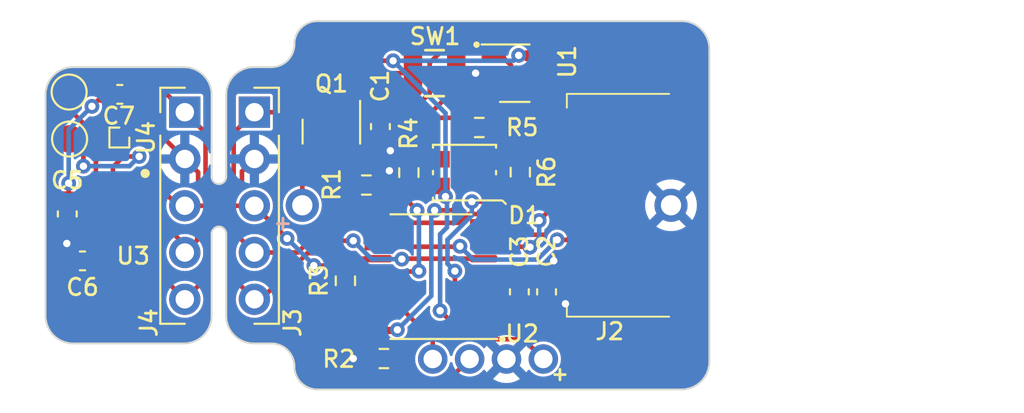
<source format=kicad_pcb>
(kicad_pcb (version 20221018) (generator pcbnew)
  (layers (0 "F.Cu" signal) (31 "B.Cu" signal) (34 "B.Paste" user) (35 "F.Paste" user) (36 "B.SilkS" user "B.Silkscreen") (37 "F.SilkS" user "F.Silkscreen") (38 "B.Mask" user) (39 "F.Mask" user) (44 "Edge.Cuts" user))
  (net 0 "")
  (net 1 "VA|BAT")
  (net 2 "GND")
  (net 3 "Net-(U1-BP)")
  (net 4 "VDD")
  (net 5 "Net-(D1-RK)")
  (net 6 "Net-(D1-BK)")
  (net 7 "Net-(D1-GK)")
  (net 8 "SWCLK")
  (net 9 "SWDIO")
  (net 10 "nRF_CE")
  (net 11 "SPI1_CSx")
  (net 12 "SPI1_CK")
  (net 13 "SPI1_MOSI")
  (net 14 "SPI1_MISO")
  (net 16 "SPI2_MOSI")
  (net 17 "SPI2_SCK")
  (net 18 "SPI2_CSx")
  (net 19 "PWR_LATCH")
  (net 20 "Net-(Q1-D)")
  (net 21 "Net-(U2-PA12{slash}PA10)")
  (net 22 "LED_B")
  (net 23 "LED_G")
  (net 24 "LED_R")
  (net 30 "Net-(U3-ASCX)")
  (net 31 "Net-(U3-ASDX)")
  (footprint "Connector_PinHeader_2.54mm:PinHeader_1x05_P2.54mm_Vertical" (layer "F.Cu") (at 29.55 34.945)
    (fp_text reference "J4" (at -1.95 11.43 90) (layer "F.SilkS") (effects (font (size 0.9 0.9))))
    (fp_text value "Conn_01x05")
    (fp_line (start -1.33 -1.33) (end 0 -1.33) (stroke (width 0.12)) (layer "F.SilkS"))
    (fp_line (start -1.33 0) (end -1.33 -1.33) (stroke (width 0.12)) (layer "F.SilkS"))
    (fp_line (start -1.33 1.27) (end -1.33 11.49) (stroke (width 0.12)) (layer "F.SilkS"))
    (fp_line (start -1.33 11.49) (end 0 11.49) (stroke (width 0.12)) (layer "F.SilkS"))
    (pad "1" thru_hole rect (at 0 0) (size 1.7 1.7) (drill 1) (layers "*.Cu" "*.Mask") (net 4 "VDD"))
    (pad "2" thru_hole oval (at 0 2.54) (size 1.7 1.7) (drill 1) (layers "*.Cu" "*.Mask") (net 2 "GND"))
    (pad "3" thru_hole oval (at 0 5.08) (size 1.7 1.7) (drill 1) (layers "*.Cu" "*.Mask") (net 16 "SPI2_MOSI"))
    (pad "4" thru_hole oval (at 0 7.62) (size 1.7 1.7) (drill 1) (layers "*.Cu" "*.Mask") (net 17 "SPI2_SCK"))
    (pad "5" thru_hole oval (at 0 10.16) (size 1.7 1.7) (drill 1) (layers "*.Cu" "*.Mask") (net 18 "SPI2_CSx"))
  )
  (footprint "Resistor_SMD:R_0603_1608Metric" (layer "F.Cu") (at 45.525 35.775 180)
    (fp_text reference "R5" (at -2.325 0) (layer "F.SilkS") (effects (font (size 0.9 0.9))))
    (fp_text value "TBD")
    (fp_line (start -0.237258 -0.5225) (end 0.237258 -0.5225) (stroke (width 0.12)) (layer "F.SilkS"))
    (fp_line (start -0.237258 0.5225) (end 0.237258 0.5225) (stroke (width 0.12)) (layer "F.SilkS"))
    (pad "1" smd roundrect (at -0.825 0 180) (size 0.8 0.95) (layers "F.Cu" "F.Paste" "F.Mask") (net 7 "Net-(D1-GK)"))
    (pad "2" smd roundrect (at 0.825 0 180) (size 0.8 0.95) (layers "F.Cu" "F.Paste" "F.Mask") (net 23 "LED_G"))
  )
  (footprint "Package_TO_SOT_SMD:SOT-23-5" (layer "F.Cu") (at 47.45 32.825)
    (fp_text reference "U1" (at 2.85 -0.625 90) (layer "F.SilkS") (effects (font (size 0.9 0.9))))
    (fp_text value "SPX3819M5-L-3-3")
    (fp_line (start 0 -1.56) (end -1.8 -1.56) (stroke (width 0.12)) (layer "F.SilkS"))
    (fp_line (start 0 -1.56) (end 0.8 -1.56) (stroke (width 0.12)) (layer "F.SilkS"))
    (fp_line (start 0 1.56) (end -0.8 1.56) (stroke (width 0.12)) (layer "F.SilkS"))
    (fp_line (start 0 1.56) (end 0.8 1.56) (stroke (width 0.12)) (layer "F.SilkS"))
    (pad "1" smd roundrect (at -1.1375 -0.95) (size 1.325 0.6) (layers "F.Cu" "F.Paste" "F.Mask") (net 20 "Net-(Q1-D)"))
    (pad "2" smd roundrect (at -1.1375 0) (size 1.325 0.6) (layers "F.Cu" "F.Paste" "F.Mask") (net 2 "GND"))
    (pad "3" smd roundrect (at -1.1375 0.95) (size 1.325 0.6) (layers "F.Cu" "F.Paste" "F.Mask") (net 20 "Net-(Q1-D)"))
    (pad "4" smd roundrect (at 1.1375 0.95) (size 1.325 0.6) (layers "F.Cu" "F.Paste" "F.Mask") (net 3 "Net-(U1-BP)"))
    (pad "5" smd roundrect (at 1.1375 -0.95) (size 1.325 0.6) (layers "F.Cu" "F.Paste" "F.Mask") (net 4 "VDD"))
  )
  (footprint "Resistor_SMD:R_0603_1608Metric" (layer "F.Cu") (at 41.705 38.225 -90)
    (fp_text reference "R4" (at -2.125 0.005 90) (layer "F.SilkS") (effects (font (size 0.9 0.9))))
    (fp_text value "TBD")
    (fp_line (start -0.237258 -0.5225) (end 0.237258 -0.5225) (stroke (width 0.12)) (layer "F.SilkS"))
    (fp_line (start -0.237258 0.5225) (end 0.237258 0.5225) (stroke (width 0.12)) (layer "F.SilkS"))
    (pad "1" smd roundrect (at -0.825 0 270) (size 0.8 0.95) (layers "F.Cu" "F.Paste" "F.Mask") (net 6 "Net-(D1-BK)"))
    (pad "2" smd roundrect (at 0.825 0 270) (size 0.8 0.95) (layers "F.Cu" "F.Paste" "F.Mask") (net 22 "LED_B"))
  )
  (footprint "TestPoint:TestPoint_Pad_D1.5mm" (layer "F.Cu") (at 23.275 33.85)
    (fp_text reference "TP2" hide)
    (fp_text value "TestPoint")
    (fp_circle (center 0 0) (end 0 0.95) (stroke (width 0.12)) (fill none) (layer "F.SilkS"))
    (pad "1" smd circle (at 0 0) (size 1.5 1.5) (layers "F.Cu" "F.Mask") (net 31 "Net-(U3-ASDX)"))
  )
  (footprint "Package_BGA:WLP-4_0.86x0.86mm_P0.4mm" (layer "F.Cu") (at 26 36.32 -90)
    (fp_text reference "U4" (at 0 -1.45 90) (layer "F.SilkS") (effects (font (size 0.9 0.9))))
    (fp_text value "MMC5603NJ")
    (fp_line (start -0.54 0) (end -0.54 0.54) (stroke (width 0.12)) (layer "F.SilkS"))
    (fp_line (start -0.54 0.54) (end 0.54 0.54) (stroke (width 0.12)) (layer "F.SilkS"))
    (fp_line (start 0.54 -0.54) (end 0 -0.54) (stroke (width 0.12)) (layer "F.SilkS"))
    (fp_line (start 0.54 0.54) (end 0.54 -0.54) (stroke (width 0.12)) (layer "F.SilkS"))
    (pad "A1" smd circle (at -0.2 -0.2 270) (size 0.25 0.25) (layers "F.Cu" "F.Paste" "F.Mask") (net 2 "GND"))
    (pad "A2" smd circle (at 0.2 -0.2 270) (size 0.25 0.25) (layers "F.Cu" "F.Paste" "F.Mask") (net 30 "Net-(U3-ASCX)"))
    (pad "B1" smd circle (at -0.2 0.2 270) (size 0.25 0.25) (layers "F.Cu" "F.Paste" "F.Mask") (net 4 "VDD"))
    (pad "B2" smd circle (at 0.2 0.2 270) (size 0.25 0.25) (layers "F.Cu" "F.Paste" "F.Mask") (net 31 "Net-(U3-ASDX)"))
  )
  (footprint "Capacitor_SMD:C_0603_1608Metric" (layer "F.Cu") (at 26.025 33.975 180)
    (fp_text reference "C7" (at 0.055 -1.1725) (layer "F.SilkS") (effects (font (size 0.9 0.9))))
    (fp_text value "2.2u")
    (fp_line (start -0.14058 -0.51) (end 0.14058 -0.51) (stroke (width 0.12)) (layer "F.SilkS"))
    (fp_line (start -0.14058 0.51) (end 0.14058 0.51) (stroke (width 0.12)) (layer "F.SilkS"))
    (pad "1" smd roundrect (at -0.775 0 180) (size 0.9 0.95) (layers "F.Cu" "F.Paste" "F.Mask") (net 2 "GND"))
    (pad "2" smd roundrect (at 0.775 0 180) (size 0.9 0.95) (layers "F.Cu" "F.Paste" "F.Mask") (net 4 "VDD"))
  )
  (footprint "Package_TO_SOT_SMD:SOT-23" (layer "F.Cu") (at 37.5 36 -90)
    (fp_text reference "Q1" (at -2.6 0 180) (layer "F.SilkS") (effects (font (size 0.9 0.9))))
    (fp_text value "Si2301DS")
    (fp_line (start 0 -1.56) (end -1.675 -1.56) (stroke (width 0.12)) (layer "F.SilkS"))
    (fp_line (start 0 -1.56) (end 0.65 -1.56) (stroke (width 0.12)) (layer "F.SilkS"))
    (fp_line (start 0 1.56) (end -0.65 1.56) (stroke (width 0.12)) (layer "F.SilkS"))
    (fp_line (start 0 1.56) (end 0.65 1.56) (stroke (width 0.12)) (layer "F.SilkS"))
    (pad "1" smd roundrect (at -0.9375 -0.95 270) (size 1.475 0.6) (layers "F.Cu" "F.Paste" "F.Mask") (net 19 "PWR_LATCH"))
    (pad "2" smd roundrect (at -0.9375 0.95 270) (size 1.475 0.6) (layers "F.Cu" "F.Paste" "F.Mask") (net 1 "VA|BAT"))
    (pad "3" smd roundrect (at 0.9375 0 270) (size 1.475 0.6) (layers "F.Cu" "F.Paste" "F.Mask") (net 20 "Net-(Q1-D)"))
  )
  (footprint "Pendu_footprints:TestPoints_1x04_P2.0" (layer "F.Cu") (at 46 48.35 180)
    (fp_text reference "J1" hide)
    (fp_text value "Conn_01x04")
    (fp_text user "+" (at -3.9 -0.9 180 unlocked) (layer "F.SilkS") (effects (font (size 0.75 0.75))))
    (pad "1" thru_hole circle (at -3 0 180) (size 1.6 1.6) (drill 1) (layers "*.Cu" "*.Mask") (net 4 "VDD"))
    (pad "2" thru_hole circle (at -1 0 180) (size 1.6 1.6) (drill 1) (layers "*.Cu" "*.Mask") (net 2 "GND"))
    (pad "3" thru_hole circle (at 1 0 180) (size 1.6 1.6) (drill 1) (layers "*.Cu" "*.Mask") (net 8 "SWCLK"))
    (pad "4" thru_hole circle (at 3 0 180) (size 1.6 1.6) (drill 1) (layers "*.Cu" "*.Mask") (net 9 "SWDIO"))
  )
  (footprint "Pendu_footprints:QFN50P300X250X87-14N" (layer "F.Cu") (at 25.9 40.045 -90)
    (fp_text reference "U3" (at 2.705 -0.85 -180) (layer "F.SilkS") (effects (font (size 0.9 0.9) (thickness 0.15) bold)))
    (fp_text value "BMI270" hide)
    (fp_circle (center -1.775 -1.5) (end -1.775 -1.375) (stroke (width 0.25)) (fill none) (layer "F.SilkS"))
    (pad "1" smd rect (at -1.5 -0.75) (size 0.3 0.55) (layers "F.Cu" "F.Paste" "F.Mask"))
    (pad "2" smd rect (at -1.5 -0.25) (size 0.3 0.55) (layers "F.Cu" "F.Paste" "F.Mask") (net 31 "Net-(U3-ASDX)"))
    (pad "3" smd rect (at -1.5 0.25) (size 0.3 0.55) (layers "F.Cu" "F.Paste" "F.Mask") (net 30 "Net-(U3-ASCX)"))
    (pad "4" smd rect (at -1.5 0.75) (size 0.3 0.55) (layers "F.Cu" "F.Paste" "F.Mask"))
    (pad "5" smd rect (at -0.5 1.15 270) (size 0.3 0.55) (layers "F.Cu" "F.Paste" "F.Mask") (net 4 "VDD"))
    (pad "6" smd rect (at 0 1.15 270) (size 0.3 0.55) (layers "F.Cu" "F.Paste" "F.Mask") (net 2 "GND"))
    (pad "7" smd rect (at 0.5 1.15 270) (size 0.3 0.55) (layers "F.Cu" "F.Paste" "F.Mask") (net 2 "GND"))
    (pad "8" smd rect (at 1.5 0.75) (size 0.3 0.55) (layers "F.Cu" "F.Paste" "F.Mask") (net 4 "VDD"))
    (pad "9" smd rect (at 1.5 0.25) (size 0.3 0.55) (layers "F.Cu" "F.Paste" "F.Mask"))
    (pad "10" smd rect (at 1.5 -0.25) (size 0.3 0.55) (layers "F.Cu" "F.Paste" "F.Mask"))
    (pad "11" smd rect (at 1.5 -0.75) (size 0.3 0.55) (layers "F.Cu" "F.Paste" "F.Mask"))
    (pad "12" smd rect (at 0.5 -1.15 270) (size 0.3 0.55) (layers "F.Cu" "F.Paste" "F.Mask") (net 18 "SPI2_CSx"))
    (pad "13" smd rect (at 0 -1.15 270) (size 0.3 0.55) (layers "F.Cu" "F.Paste" "F.Mask") (net 17 "SPI2_SCK"))
    (pad "14" smd rect (at -0.5 -1.15 270) (size 0.3 0.55) (layers "F.Cu" "F.Paste" "F.Mask") (net 16 "SPI2_MOSI"))
  )
  (footprint "Capacitor_SMD:C_0603_1608Metric" (layer "F.Cu") (at 24 43.02 180)
    (fp_text reference "C6" (at 0 -1.43) (layer "F.SilkS") (effects (font (size 0.9 0.9))))
    (fp_text value "100n")
    (fp_line (start -0.14058 -0.51) (end 0.14058 -0.51) (stroke (width 0.12)) (layer "F.SilkS"))
    (fp_line (start -0.14058 0.51) (end 0.14058 0.51) (stroke (width 0.12)) (layer "F.SilkS"))
    (pad "1" smd roundrect (at -0.775 0 180) (size 0.9 0.95) (layers "F.Cu" "F.Paste" "F.Mask") (net 4 "VDD"))
    (pad "2" smd roundrect (at 0.775 0 180) (size 0.9 0.95) (layers "F.Cu" "F.Paste" "F.Mask") (net 2 "GND"))
  )
  (footprint "Package_SO:TSSOP-20_4.4x6.5mm_P0.65mm" (layer "F.Cu") (at 42.9 43.875 180)
    (fp_text reference "U2" (at -4.95 -3.1) (layer "F.SilkS") (effects (font (size 0.9 0.9))))
    (fp_text value "STM32G030F6Px")
    (fp_line (start 0 -3.385) (end -3.6 -3.385) (stroke (width 0.12)) (layer "F.SilkS"))
    (fp_line (start 0 -3.385) (end 2.2 -3.385) (stroke (width 0.12)) (layer "F.SilkS"))
    (fp_line (start 0 3.385) (end -2.2 3.385) (stroke (width 0.12)) (layer "F.SilkS"))
    (fp_line (start 0 3.385) (end 2.2 3.385) (stroke (width 0.12)) (layer "F.SilkS"))
    (pad "1" smd roundrect (at -2.8625 -2.925 180) (size 1.475 0.4) (layers "F.Cu" "F.Paste" "F.Mask") (net 24 "LED_R"))
    (pad "2" smd roundrect (at -2.8625 -2.275 180) (size 1.475 0.4) (layers "F.Cu" "F.Paste" "F.Mask"))
    (pad "3" smd roundrect (at -2.8625 -1.625 180) (size 1.475 0.4) (layers "F.Cu" "F.Paste" "F.Mask"))
    (pad "4" smd roundrect (at -2.8625 -0.975 180) (size 1.475 0.4) (layers "F.Cu" "F.Paste" "F.Mask") (net 4 "VDD"))
    (pad "5" smd roundrect (at -2.8625 -0.325 180) (size 1.475 0.4) (layers "F.Cu" "F.Paste" "F.Mask") (net 2 "GND"))
    (pad "6" smd roundrect (at -2.8625 0.325 180) (size 1.475 0.4) (layers "F.Cu" "F.Paste" "F.Mask"))
    (pad "7" smd roundrect (at -2.8625 0.975 180) (size 1.475 0.4) (layers "F.Cu" "F.Paste" "F.Mask") (net 17 "SPI2_SCK"))
    (pad "8" smd roundrect (at -2.8625 1.625 180) (size 1.475 0.4) (layers "F.Cu" "F.Paste" "F.Mask") (net 12 "SPI1_CK"))
    (pad "9" smd roundrect (at -2.8625 2.275 180) (size 1.475 0.4) (layers "F.Cu" "F.Paste" "F.Mask") (net 13 "SPI1_MOSI"))
    (pad "10" smd roundrect (at -2.8625 2.925 180) (size 1.475 0.4) (layers "F.Cu" "F.Paste" "F.Mask") (net 11 "SPI1_CSx"))
    (pad "11" smd roundrect (at 2.8625 2.925 180) (size 1.475 0.4) (layers "F.Cu" "F.Paste" "F.Mask") (net 10 "nRF_CE"))
    (pad "12" smd roundrect (at 2.8625 2.275 180) (size 1.475 0.4) (layers "F.Cu" "F.Paste" "F.Mask"))
    (pad "13" smd roundrect (at 2.8625 1.625 180) (size 1.475 0.4) (layers "F.Cu" "F.Paste" "F.Mask") (net 14 "SPI1_MISO"))
    (pad "14" smd roundrect (at 2.8625 0.975 180) (size 1.475 0.4) (layers "F.Cu" "F.Paste" "F.Mask") (net 18 "SPI2_CSx"))
    (pad "15" smd roundrect (at 2.8625 0.325 180) (size 1.475 0.4) (layers "F.Cu" "F.Paste" "F.Mask") (net 22 "LED_B"))
    (pad "16" smd roundrect (at 2.8625 -0.325 180) (size 1.475 0.4) (layers "F.Cu" "F.Paste" "F.Mask"))
    (pad "17" smd roundrect (at 2.8625 -0.975 180) (size 1.475 0.4) (layers "F.Cu" "F.Paste" "F.Mask") (net 21 "Net-(U2-PA12{slash}PA10)"))
    (pad "18" smd roundrect (at 2.8625 -1.625 180) (size 1.475 0.4) (layers "F.Cu" "F.Paste" "F.Mask") (net 9 "SWDIO"))
    (pad "19" smd roundrect (at 2.8625 -2.275 180) (size 1.475 0.4) (layers "F.Cu" "F.Paste" "F.Mask") (net 8 "SWCLK"))
    (pad "20" smd roundrect (at 2.8625 -2.925 180) (size 1.475 0.4) (layers "F.Cu" "F.Paste" "F.Mask") (net 23 "LED_G"))
  )
  (footprint "Resistor_SMD:R_0603_1608Metric" (layer "F.Cu") (at 47.75 38.2 -90)
    (fp_text reference "R6" (at 0 -1.43 90) (layer "F.SilkS") (effects (font (size 0.9 0.9))))
    (fp_text value "TBD")
    (fp_line (start -0.237258 -0.5225) (end 0.237258 -0.5225) (stroke (width 0.12)) (layer "F.SilkS"))
    (fp_line (start -0.237258 0.5225) (end 0.237258 0.5225) (stroke (width 0.12)) (layer "F.SilkS"))
    (pad "1" smd roundrect (at -0.825 0 270) (size 0.8 0.95) (layers "F.Cu" "F.Paste" "F.Mask") (net 5 "Net-(D1-RK)"))
    (pad "2" smd roundrect (at 0.825 0 270) (size 0.8 0.95) (layers "F.Cu" "F.Paste" "F.Mask") (net 24 "LED_R"))
  )
  (footprint "Pendu_footprints:VibSwitch_JYX-1210-X160" (layer "F.Cu") (at 43.1 32.825 180)
    (fp_text reference "SW1" (at -0.025 2 unlocked) (layer "F.SilkS") (effects (font (size 0.9 0.9) (thickness 0.15) bold)))
    (fp_text value "Vib")
    (fp_line (start -0.5 -1.25) (end 0.5 -1.25) (stroke (width 0.15)) (layer "F.SilkS"))
    (fp_line (start -0.5 1.25) (end 0.5 1.25) (stroke (width 0.15)) (layer "F.SilkS"))
    (pad "1" smd roundrect (at -1.175 0 180) (size 1 2.5) (layers "F.Cu" "F.Paste" "F.Mask") (net 19 "PWR_LATCH"))
    (pad "2" smd roundrect (at 1.175 0 180) (size 1 2.5) (layers "F.Cu" "F.Paste" "F.Mask") (net 1 "VA|BAT"))
  )
  (footprint "Capacitor_SMD:C_0603_1608Metric" (layer "F.Cu") (at 47.7 44.7 90)
    (fp_text reference "C3" (at 2.175 0 90) (layer "F.SilkS") (effects (font (size 0.9 0.9))))
    (fp_text value "100n")
    (fp_line (start -0.14058 -0.51) (end 0.14058 -0.51) (stroke (width 0.12)) (layer "F.SilkS"))
    (fp_line (start -0.14058 0.51) (end 0.14058 0.51) (stroke (width 0.12)) (layer "F.SilkS"))
    (pad "1" smd roundrect (at -0.775 0 90) (size 0.9 0.95) (layers "F.Cu" "F.Paste" "F.Mask") (net 4 "VDD"))
    (pad "2" smd roundrect (at 0.775 0 90) (size 0.9 0.95) (layers "F.Cu" "F.Paste" "F.Mask") (net 2 "GND"))
  )
  (footprint "LED_SMD:LED_Kingbright_AAA3528ESGCT" (layer "F.Cu") (at 44.725 38.225 180)
    (fp_text reference "D1" (at -3.25 -2.325 180) (layer "F.SilkS") (effects (font (size 0.9 0.9))))
    (fp_text value "LED_RABG")
    (fp_line (start -2 -1.51) (end 1.71 -1.51) (stroke (width 0.12)) (layer "F.SilkS"))
    (fp_line (start -1.71 -0.095) (end -1.71 0.095) (stroke (width 0.12)) (layer "F.SilkS"))
    (fp_line (start -1.71 1.355) (end -1.71 1.51) (stroke (width 0.12)) (layer "F.SilkS"))
    (fp_line (start -1.71 1.51) (end 1.71 1.51) (stroke (width 0.12)) (layer "F.SilkS"))
    (fp_line (start 1.71 -1.355) (end 1.71 -1.51) (stroke (width 0.12)) (layer "F.SilkS"))
    (fp_line (start 1.71 -0.095) (end 1.71 0.095) (stroke (width 0.12)) (layer "F.SilkS"))
    (fp_line (start 1.71 1.355) (end 1.71 1.51) (stroke (width 0.12)) (layer "F.SilkS"))
    (pad "1" smd rect (at -1.4 -0.725 180) (size 1.2 0.9) (layers "F.Cu" "F.Paste" "F.Mask") (net 5 "Net-(D1-RK)"))
    (pad "2" smd rect (at 1.4 -0.725 180) (size 1.2 0.9) (layers "F.Cu" "F.Paste" "F.Mask") (net 4 "VDD"))
    (pad "3" smd rect (at 1.4 0.725 180) (size 1.2 0.9) (layers "F.Cu" "F.Paste" "F.Mask") (net 6 "Net-(D1-BK)"))
    (pad "4" smd rect (at -1.4 0.725 180) (size 1.2 0.9) (layers "F.Cu" "F.Paste" "F.Mask") (net 7 "Net-(D1-GK)"))
  )
  (footprint "Capacitor_SMD:C_0603_1608Metric" (layer "F.Cu") (at 49.175 44.7 90)
    (fp_text reference "C2" (at 2.2 0 90) (layer "F.SilkS") (effects (font (size 0.9 0.9))))
    (fp_text value "4.7u")
    (fp_line (start -0.14058 -0.51) (end 0.14058 -0.51) (stroke (width 0.12)) (layer "F.SilkS"))
    (fp_line (start -0.14058 0.51) (end 0.14058 0.51) (stroke (width 0.12)) (layer "F.SilkS"))
    (pad "1" smd roundrect (at -0.775 0 90) (size 0.9 0.95) (layers "F.Cu" "F.Paste" "F.Mask") (net 4 "VDD"))
    (pad "2" smd roundrect (at 0.775 0 90) (size 0.9 0.95) (layers "F.Cu" "F.Paste" "F.Mask") (net 2 "GND"))
  )
  (footprint "Pendu_footprints:SMD_Module_P1.27_1x08" (layer "F.Cu") (at 51.775 35.55)
    (fp_text reference "J2" (at 0.825 11.3 unlocked) (layer "F.SilkS") (effects (font (size 0.9 0.9) (thickness 0.15) bold)))
    (fp_text value "Conn_01x08")
    (fp_line (start -1.5 -1.6) (end 4.05 -1.6) (stroke (width 0.1)) (layer "F.SilkS"))
    (fp_line (start -1.5 -0.85) (end -1.5 -1.6) (stroke (width 0.1)) (layer "F.SilkS"))
    (fp_line (start -1.5 10.5) (end -1.5 9.75) (stroke (width 0.1)) (layer "F.SilkS"))
    (fp_line (start -1.5 10.5) (end 4.05 10.5) (stroke (width 0.1)) (layer "F.SilkS"))
    (pad "1" smd roundrect (at 0 0) (size 3 1) (layers "F.Cu" "F.Paste" "F.Mask") (net 4 "VDD"))
    (pad "2" smd roundrect (at 0 1.27) (size 3 1) (layers "F.Cu" "F.Paste" "F.Mask") (net 10 "nRF_CE"))
    (pad "3" smd roundrect (at 0 2.54) (size 3 1) (layers "F.Cu" "F.Paste" "F.Mask") (net 11 "SPI1_CSx"))
    (pad "4" smd roundrect (at 0 3.81) (size 3 1) (layers "F.Cu" "F.Paste" "F.Mask") (net 12 "SPI1_CK"))
    (pad "5" smd roundrect (at 0 5.08) (size 3 1) (layers "F.Cu" "F.Paste" "F.Mask") (net 13 "SPI1_MOSI"))
    (pad "6" smd roundrect (at 0 6.35) (size 3 1) (layers "F.Cu" "F.Paste" "F.Mask") (net 14 "SPI1_MISO"))
    (pad "7" smd roundrect (at 0 7.62) (size 3 1) (layers "F.Cu" "F.Paste" "F.Mask"))
    (pad "8" smd roundrect (at 0 8.89) (size 3 1) (layers "F.Cu" "F.Paste" "F.Mask") (net 2 "GND"))
  )
  (footprint "Capacitor_SMD:C_0603_1608Metric" (layer "F.Cu") (at 23.175 40.47 -90)
    (fp_text reference "C5" (at -1.82 0 -180) (layer "F.SilkS") (effects (font (size 0.9 0.9))))
    (fp_text value "100n")
    (fp_line (start -0.14058 -0.51) (end 0.14058 -0.51) (stroke (width 0.12)) (layer "F.SilkS"))
    (fp_line (start -0.14058 0.51) (end 0.14058 0.51) (stroke (width 0.12)) (layer "F.SilkS"))
    (pad "1" smd roundrect (at -0.775 0 270) (size 0.9 0.95) (layers "F.Cu" "F.Paste" "F.Mask") (net 4 "VDD"))
    (pad "2" smd roundrect (at 0.775 0 270) (size 0.9 0.95) (layers "F.Cu" "F.Paste" "F.Mask") (net 2 "GND"))
  )
  (footprint "Resistor_SMD:R_0603_1608Metric" (layer "F.Cu") (at 39.4 38.9)
    (fp_text reference "R1" (at -1.875 -0.025 90) (layer "F.SilkS") (effects (font (size 0.9 0.9))))
    (fp_text value "1.2M")
    (fp_line (start -0.237258 -0.5225) (end 0.237258 -0.5225) (stroke (width 0.12)) (layer "F.SilkS"))
    (fp_line (start -0.237258 0.5225) (end 0.237258 0.5225) (stroke (width 0.12)) (layer "F.SilkS"))
    (pad "1" smd roundrect (at -0.825 0) (size 0.8 0.95) (layers "F.Cu" "F.Paste" "F.Mask") (net 19 "PWR_LATCH"))
    (pad "2" smd roundrect (at 0.825 0) (size 0.8 0.95) (layers "F.Cu" "F.Paste" "F.Mask") (net 2 "GND"))
  )
  (footprint "TestPoint:TestPoint_Pad_D1.5mm" (layer "F.Cu") (at 23.3 36.4)
    (fp_text reference "TP1" hide)
    (fp_text value "TestPoint")
    (fp_circle (center 0 0) (end 0 0.95) (stroke (width 0.12)) (fill none) (layer "F.SilkS"))
    (pad "1" smd circle (at 0 0) (size 1.5 1.5) (layers "F.Cu" "F.Mask") (net 30 "Net-(U3-ASCX)"))
  )
  (footprint "Resistor_SMD:R_0603_1608Metric" (layer "F.Cu") (at 38.2625 44.1 90)
    (fp_text reference "R3" (at 0 -1.43 90) (layer "F.SilkS") (effects (font (size 0.9 0.9))))
    (fp_text value "1k")
    (fp_line (start -0.237258 -0.5225) (end 0.237258 -0.5225) (stroke (width 0.12)) (layer "F.SilkS"))
    (fp_line (start -0.237258 0.5225) (end 0.237258 0.5225) (stroke (width 0.12)) (layer "F.SilkS"))
    (pad "1" smd roundrect (at -0.825 0 90) (size 0.8 0.95) (layers "F.Cu" "F.Paste" "F.Mask") (net 21 "Net-(U2-PA12{slash}PA10)"))
    (pad "2" smd roundrect (at 0.825 0 90) (size 0.8 0.95) (layers "F.Cu" "F.Paste" "F.Mask") (net 16 "SPI2_MOSI"))
  )
  (footprint "Capacitor_SMD:C_0603_1608Metric" (layer "F.Cu") (at 40.1625 35.725 -90)
    (fp_text reference "C1" (at -2.2 0.0125 90) (layer "F.SilkS") (effects (font (size 0.9 0.9))))
    (fp_text value "10n")
    (fp_line (start -0.14058 -0.51) (end 0.14058 -0.51) (stroke (width 0.12)) (layer "F.SilkS"))
    (fp_line (start -0.14058 0.51) (end 0.14058 0.51) (stroke (width 0.12)) (layer "F.SilkS"))
    (pad "1" smd roundrect (at -0.775 0 270) (size 0.9 0.95) (layers "F.Cu" "F.Paste" "F.Mask") (net 3 "Net-(U1-BP)"))
    (pad "2" smd roundrect (at 0.775 0 270) (size 0.9 0.95) (layers "F.Cu" "F.Paste" "F.Mask") (net 2 "GND"))
  )
  (footprint "Connector_PinHeader_2.54mm:PinHeader_1x05_P2.54mm_Vertical" (layer "F.Cu") (at 33.325 34.945)
    (fp_text reference "J3" (at 2.075 11.43 90) (layer "F.SilkS") (effects (font (size 0.9 0.9))))
    (fp_text value "Conn_01x05")
    (fp_line (start 0 11.49) (end 1.33 11.49) (stroke (width 0.12)) (layer "F.SilkS"))
    (fp_line (start 1.33 -1.33) (end 0 -1.33) (stroke (width 0.12)) (layer "F.SilkS"))
    (fp_line (start 1.33 0) (end 1.33 -1.33) (stroke (width 0.12)) (layer "F.SilkS"))
    (fp_line (start 1.33 1.27) (end 1.33 11.49) (stroke (width 0.12)) (layer "F.SilkS"))
    (pad "1" thru_hole rect (at 0 0) (size 1.7 1.7) (drill 1) (layers "*.Cu" "*.Mask") (net 4 "VDD"))
    (pad "2" thru_hole oval (at 0 2.54) (size 1.7 1.7) (drill 1) (layers "*.Cu" "*.Mask") (net 2 "GND"))
    (pad "3" thru_hole oval (at 0 5.08) (size 1.7 1.7) (drill 1) (layers "*.Cu" "*.Mask") (net 16 "SPI2_MOSI"))
    (pad "4" thru_hole oval (at 0 7.62) (size 1.7 1.7) (drill 1) (layers "*.Cu" "*.Mask") (net 17 "SPI2_SCK"))
    (pad "5" thru_hole oval (at 0 10.16) (size 1.7 1.7) (drill 1) (layers "*.Cu" "*.Mask") (net 18 "SPI2_CSx"))
  )
  (footprint "Resistor_SMD:R_0603_1608Metric" (layer "F.Cu") (at 40.35 48.325 180)
    (fp_text reference "R2" (at 2.45 -0.025) (layer "F.SilkS") (effects (font (size 0.9 0.9))))
    (fp_text value "1.2M")
    (fp_line (start -0.237258 -0.5225) (end 0.237258 -0.5225) (stroke (width 0.12)) (layer "F.SilkS"))
    (fp_line (start -0.237258 0.5225) (end 0.237258 0.5225) (stroke (width 0.12)) (layer "F.SilkS"))
    (pad "1" smd roundrect (at -0.825 0 180) (size 0.8 0.95) (layers "F.Cu" "F.Paste" "F.Mask") (net 8 "SWCLK"))
    (pad "2" smd roundrect (at 0.825 0 180) (size 0.8 0.95) (layers "F.Cu" "F.Paste" "F.Mask") (net 2 "GND"))
  )
  (footprint "Pendu_footprints:BatteryHolder_2032_THT_P20" (layer "B.Cu") (at 47.675 40)
    (fp_text reference "BT1" hide)
    (fp_text value "LIR2016")
    (fp_line (start -13.1 1) (end -12.5 1) (stroke (width 0.15)) (layer "B.SilkS"))
    (fp_line (start -12.8 0.7) (end -12.8 1.3) (stroke (width 0.15)) (layer "B.SilkS"))
    (pad "1" thru_hole circle (at -11.75 0) (size 1.8 1.8) (drill 1.1) (layers "*.Cu" "*.Mask") (net 1 "VA|BAT"))
    (pad "2" thru_hole circle (at 8.25 0) (size 1.8 1.8) (drill 1.1) (layers "*.Cu" "*.Mask") (net 2 "GND"))
  )
  (gr_circle (center 45.375 31.275) (end 45.475 31.275) (stroke (width 0.15)) (fill solid) (layer "F.SilkS"))
  (gr_line (start 46.7875 39.75) (end 46.9625 39.925) (stroke (width 0.12)) (layer "F.SilkS"))
  (gr_circle (center 46.775 47.275) (end 46.875 47.275) (stroke (width 0.15)) (fill solid) (layer "F.SilkS"))
  (gr_line (start 31 46) (end 31 41.55) (stroke (width 0.1)) (layer "Edge.Cuts"))
  (gr_line (start 31.8 34) (end 31.8 38.45) (stroke (width 0.1)) (layer "Edge.Cuts"))
  (gr_arc (start 36.75 50) (mid 35.866117 49.633883) (end 35.5 48.75) (stroke (width 0.1)) (layer "Edge.Cuts"))
  (gr_line (start 23.5 47.5) (end 29.5 47.5) (stroke (width 0.1)) (layer "Edge.Cuts"))
  (gr_arc (start 35.5 31.25) (mid 35.133883 32.133883) (end 34.25 32.5) (stroke (width 0.1)) (layer "Edge.Cuts"))
  (gr_arc (start 31.8 38.45) (mid 31.4 38.85) (end 31 38.45) (stroke (width 0.1)) (layer "Edge.Cuts"))
  (gr_line (start 22 46) (end 22 34) (stroke (width 0.1)) (layer "Edge.Cuts"))
  (gr_line (start 31.8 46) (end 31.8 41.55) (stroke (width 0.1)) (layer "Edge.Cuts"))
  (gr_arc (start 56.5 30) (mid 57.56066 30.43934) (end 58 31.5) (stroke (width 0.1)) (layer "Edge.Cuts"))
  (gr_line (start 33.3 47.5) (end 34.25 47.5) (stroke (width 0.1)) (layer "Edge.Cuts"))
  (gr_line (start 33.3 32.5) (end 34.25 32.5) (stroke (width 0.1)) (layer "Edge.Cuts"))
  (gr_arc (start 34.25 47.5) (mid 35.133883 47.866117) (end 35.5 48.75) (stroke (width 0.1)) (layer "Edge.Cuts"))
  (gr_line (start 36.75 50) (end 56.5 50) (stroke (width 0.1)) (layer "Edge.Cuts"))
  (gr_arc (start 31 46) (mid 30.56066 47.06066) (end 29.5 47.5) (stroke (width 0.1)) (layer "Edge.Cuts"))
  (gr_arc (start 31 41.55) (mid 31.4 41.15) (end 31.8 41.55) (stroke (width 0.1)) (layer "Edge.Cuts"))
  (gr_line (start 23.5 32.5) (end 29.5 32.5) (stroke (width 0.1)) (layer "Edge.Cuts"))
  (gr_line (start 58 31.5) (end 58 48.5) (stroke (width 0.1)) (layer "Edge.Cuts"))
  (gr_arc (start 22 34) (mid 22.43934 32.93934) (end 23.5 32.5) (stroke (width 0.1)) (layer "Edge.Cuts"))
  (gr_line (start 31 34) (end 31 38.45) (stroke (width 0.1)) (layer "Edge.Cuts"))
  (gr_arc (start 58 48.5) (mid 57.560662 49.560662) (end 56.5 50) (stroke (width 0.1)) (layer "Edge.Cuts"))
  (gr_arc (start 35.5 31.25) (mid 35.866117 30.366117) (end 36.75 30) (stroke (width 0.1)) (layer "Edge.Cuts"))
  (gr_line (start 56.5 30) (end 36.75 30) (stroke (width 0.1)) (layer "Edge.Cuts"))
  (gr_arc (start 29.5 32.5) (mid 30.56066 32.93934) (end 31 34) (stroke (width 0.1)) (layer "Edge.Cuts"))
  (gr_arc (start 23.5 47.5) (mid 22.43934 47.06066) (end 22 46) (stroke (width 0.1)) (layer "Edge.Cuts"))
  (gr_arc (start 33.3 47.5) (mid 32.23934 47.06066) (end 31.8 46) (stroke (width 0.1)) (layer "Edge.Cuts"))
  (gr_arc (start 31.8 34) (mid 32.23934 32.93934) (end 33.3 32.5) (stroke (width 0.1)) (layer "Edge.Cuts"))
  (segment (start 36.55 34.575) (end 38.3 32.825) (width 0.25) (layer "F.Cu") (net 1))
  (segment (start 35.925 39.225) (end 35.925 36.125) (width 0.25) (layer "F.Cu") (net 1))
  (segment (start 35.925 36.125) (end 36.55 35.5) (width 0.25) (layer "F.Cu") (net 1))
  (segment (start 38.3 32.825) (end 41.925 32.825) (width 0.25) (layer "F.Cu") (net 1))
  (segment (start 36.55 35.0625) (end 36.55 34.575) (width 0.25) (layer "F.Cu") (net 1))
  (segment (start 36.55 35.5) (end 36.55 35.0625) (width 0.25) (layer "F.Cu") (net 1))
  (segment (start 23.15 42.945) (end 23.225 43.02) (width 0.25) (layer "F.Cu") (net 2))
  (segment (start 45.7625 44.2) (end 47.425 44.2) (width 0.25) (layer "F.Cu") (net 2))
  (segment (start 50.935 44.44) (end 51.775 44.44) (width 0.25) (layer "F.Cu") (net 2))
  (segment (start 26.78 34.0525) (end 26.78 35.54) (width 0.25) (layer "F.Cu") (net 2))
  (segment (start 26.78 35.54) (end 26.2 36.12) (width 0.25) (layer "F.Cu") (net 2))
  (segment (start 28.125 36.06) (end 29.55 37.485) (width 0.25) (layer "F.Cu") (net 2))
  (segment (start 50.2 45.35) (end 50.2 45.175) (width 0.25) (layer "F.Cu") (net 2))
  (segment (start 40.1625 36.5) (end 40.1625 36.50017) (width 0.25) (layer "F.Cu") (net 2))
  (segment (start 32.025 39.625) (end 32.65 39) (width 0.25) (layer "F.Cu") (net 2))
  (segment (start 30.275 39.075) (end 30.825 39.625) (width 0.25) (layer "F.Cu") (net 2))
  (segment (start 38.6875 48.325) (end 39.525 48.325) (width 0.25) (layer "F.Cu") (net 2))
  (segment (start 47.425 44.2) (end 47.7 43.925) (width 0.25) (layer "F.Cu") (net 2))
  (segment (start 32.65 38.16) (end 33.325 37.485) (width 0.25) (layer "F.Cu") (net 2))
  (segment (start 40.1625 36.50017) (end 40.69842 37.03609) (width 0.25) (layer "F.Cu") (net 2))
  (segment (start 47.7 43.925) (end 49.175 43.925) (width 0.25) (layer "F.Cu") (net 2))
  (segment (start 40.65 38.475) (end 40.225 38.9) (width 0.25) (layer "F.Cu") (net 2))
  (segment (start 49.175 43.925) (end 49.175 43.403888) (width 0.25) (layer "F.Cu") (net 2))
  (segment (start 23.15 42.075) (end 23.15 42.945) (width 0.25) (layer "F.Cu") (net 2))
  (segment (start 23.95 41.225) (end 24.63 40.545) (width 0.25) (layer "F.Cu") (net 2))
  (segment (start 23.95 42.295) (end 23.95 41.225) (width 0.25) (layer "F.Cu") (net 2))
  (segment (start 23.18 41.245) (end 24.38 40.045) (width 0.25) (layer "F.Cu") (net 2))
  (segment (start 26.78 34.0525) (end 26.8525 34.0525) (width 0.25) (layer "F.Cu") (net 2))
  (segment (start 23.175 42.05) (end 23.15 42.075) (width 0.25) (layer "F.Cu") (net 2))
  (segment (start 49.175 43.403888) (end 49.564444 43.014444) (width 0.25) (layer "F.Cu") (net 2))
  (segment (start 28.125 35.325) (end 28.125 36.06) (width 0.25) (layer "F.Cu") (net 2))
  (segment (start 46.3125 32.825) (end 45.3245 32.825) (width 0.25) (layer "F.Cu") (net 2))
  (segment (start 23.225 43.02) (end 23.95 42.295) (width 0.25) (layer "F.Cu") (net 2))
  (segment (start 23.175 41.245) (end 23.175 42.05) (width 0.25) (layer "F.Cu") (net 2))
  (segment (start 50.2 45.175) (end 50.935 44.44) (width 0.25) (layer "F.Cu") (net 2))
  (segment (start 30.825 39.625) (end 32.025 39.625) (width 0.25) (layer "F.Cu") (net 2))
  (segment (start 23.175 41.245) (end 23.18 41.245) (width 0.25) (layer "F.Cu") (net 2))
  (segment (start 24.38 40.045) (end 24.75 40.045) (width 0.25) (layer "F.Cu") (net 2))
  (segment (start 24.63 40.545) (end 24.75 40.545) (width 0.25) (layer "F.Cu") (net 2))
  (segment (start 26.8525 34.0525) (end 28.125 35.325) (width 0.25) (layer "F.Cu") (net 2))
  (segment (start 32.65 39) (end 32.65 38.16) (width 0.25) (layer "F.Cu") (net 2))
  (segment (start 29.55 37.485) (end 30.275 38.21) (width 0.25) (layer "F.Cu") (net 2))
  (segment (start 40.65 38.125) (end 40.65 38.475) (width 0.25) (layer "F.Cu") (net 2))
  (segment (start 30.275 38.21) (end 30.275 39.075) (width 0.25) (layer "F.Cu") (net 2))
  (via (at 50.2 45.35) (size 0.8) (drill 0.4) (layers "F.Cu" "B.Cu") (net 2))
  (via (at 23.15 42.075) (size 0.8) (drill 0.4) (layers "F.Cu" "B.Cu") (net 2))
  (via (at 40.65 38.125) (size 0.8) (drill 0.4) (layers "F.Cu" "B.Cu") (net 2))
  (via (at 38.6875 48.325) (size 0.8) (drill 0.4) (layers "F.Cu" "B.Cu") (net 2))
  (via (at 49.564444 43.014444) (size 0.8) (drill 0.4) (layers "F.Cu" "B.Cu") (net 2))
  (via (at 45.3245 32.825) (size 0.8) (drill 0.4) (layers "F.Cu" "B.Cu") (net 2))
  (via (at 40.69842 37.03609) (size 0.8) (drill 0.4) (layers "F.Cu" "B.Cu") (net 2))
  (segment (start 44.297708 35.025) (end 47.0125 35.025) (width 0.25) (layer "F.Cu") (net 3))
  (segment (start 40.4625 35.25) (end 44.072708 35.25) (width 0.25) (layer "F.Cu") (net 3))
  (segment (start 47.0125 35.025) (end 48.2625 33.775) (width 0.25) (layer "F.Cu") (net 3))
  (segment (start 40.1625 34.95) (end 40.4625 35.25) (width 0.25) (layer "F.Cu") (net 3))
  (segment (start 44.072708 35.25) (end 44.297708 35.025) (width 0.25) (layer "F.Cu") (net 3))
  (segment (start 25.23 34.0525) (end 25.23 35.55) (width 0.25) (layer "F.Cu") (net 4))
  (segment (start 47.7 45.475) (end 47.95 45.725) (width 0.25) (layer "F.Cu") (net 4))
  (segment (start 47.7 45.475) (end 47.075 44.85) (width 0.25) (layer "F.Cu") (net 4))
  (segment (start 47.95 47.25) (end 47.925 47.275) (width 0.25) (layer "F.Cu") (net 4))
  (segment (start 50.725 35.55) (end 50.075 34.9) (width 0.25) (layer "F.Cu") (net 4))
  (segment (start 49.175 45.475) (end 47.7 45.475) (width 0.25) (layer "F.Cu") (net 4))
  (segment (start 27.83 33.225) (end 29.55 34.945) (width 0.25) (layer "F.Cu") (net 4))
  (segment (start 31.882843 39.192157) (end 30.957843 39.192157) (width 0.25) (layer "F.Cu") (net 4))
  (segment (start 25.4 40.77) (end 25.15 41.02) (width 0.25) (layer "F.Cu") (net 4))
  (segment (start 48.95 31.875) (end 48.5875 31.875) (width 0.25) (layer "F.Cu") (net 4))
  (segment (start 47.075 44.85) (end 45.7625 44.85) (width 0.25) (layer "F.Cu") (net 4))
  (segment (start 51.775 35.55) (end 50.725 35.55) (width 0.25) (layer "F.Cu") (net 4))
  (segment (start 51.775 35.55) (end 52.825 35.55) (width 0.25) (layer "F.Cu") (net 4))
  (segment (start 49.725 46.025) (end 49.175 45.475) (width 0.25) (layer "F.Cu") (net 4))
  (segment (start 50.075 34.9) (end 50.075 33) (width 0.25) (layer "F.Cu") (net 4))
  (segment (start 25.4 39.825) (end 25.4 40.77) (width 0.25) (layer "F.Cu") (net 4))
  (segment (start 25.25 33.975) (end 26 33.225) (width 0.25) (layer "F.Cu") (net 4))
  (segment (start 25.23 35.55) (end 25.8 36.12) (width 0.25) (layer "F.Cu") (net 4))
  (segment (start 24.75 39.545) (end 25.12 39.545) (width 0.25) (layer "F.Cu") (net 4))
  (segment (start 30.957843 39.192157) (end 30.675 38.909314) (width 0.25) (layer "F.Cu") (net 4))
  (segment (start 26 33.225) (end 27.83 33.225) (width 0.25) (layer "F.Cu") (net 4))
  (segment (start 50.075 33) (end 48.95 31.875) (width 0.25) (layer "F.Cu") (net 4))
  (segment (start 25.15 41.545) (end 25.15 42.645) (width 0.25) (layer "F.Cu") (net 4))
  (segment (start 37.8495 32.1505) (end 40.85 32.1505) (width 0.25) (layer "F.Cu") (net 4))
  (segment (start 52.575 46.025) (end 49.725 46.025) (width 0.25) (layer "F.Cu") (net 4))
  (segment (start 47.661558 31.85767) (end 47.678888 31.875) (width 0.25) (layer "F.Cu") (net 4))
  (segment (start 47.678888 31.875) (end 48.5875 31.875) (width 0.25) (layer "F.Cu") (net 4))
  (segment (start 53.55 45.05) (end 52.575 46.025) (width 0.25) (layer "F.Cu") (net 4))
  (segment (start 53.55 36.275) (end 53.55 45.05) (width 0.25) (layer "F.Cu") (net 4))
  (segment (start 43.325 38.95) (end 43.325 39.160704) (width 0.25) (layer "F.Cu") (net 4))
  (segment (start 33.325 34.945) (end 35.055 34.945) (width 0.25) (layer "F.Cu") (net 4))
  (segment (start 47.95 45.725) (end 47.95 47.25) (width 0.25) (layer "F.Cu") (net 4))
  (segment (start 43.325 39.160704) (end 43.692704 39.528408) (width 0.25) (layer "F.Cu") (net 4))
  (segment (start 23.325 39.545) (end 24.75 39.545) (width 0.25) (layer "F.Cu") (net 4))
  (segment (start 30.675 36.07) (end 29.55 34.945) (width 0.25) (layer "F.Cu") (net 4))
  (segment (start 52.825 35.55) (end 53.55 36.275) (width 0.25) (layer "F.Cu") (net 4))
  (segment (start 30.675 38.909314) (end 30.675 36.07) (width 0.25) (layer "F.Cu") (net 4))
  (segment (start 43.4 45.725) (end 44.95 47.275) (width 0.25) (layer "F.Cu") (net 4))
  (segment (start 25.15 42.645) (end 24.775 43.02) (width 0.25) (layer "F.Cu") (net 4))
  (segment (start 23.25 38.8) (end 23.25 39.62) (width 0.25) (layer "F.Cu") (net 4))
  (segment (start 33.325 34.945) (end 32.2 36.07) (width 0.25) (layer "F.Cu") (net 4))
  (segment (start 23.25 39.62) (end 23.175 39.695) (width 0.25) (layer "F.Cu") (net 4))
  (segment (start 25.225 33.975) (end 25.138401 33.975) (width 0.25) (layer "F.Cu") (net 4))
  (segment (start 35.055 34.945) (end 37.8495 32.1505) (width 0.25) (layer "F.Cu") (net 4))
  (segment (start 23.175 39.695) (end 23.325 39.545) (width 0.25) (layer "F.Cu") (net 4))
  (segment (start 25.15 41.02) (end 25.15 41.545) (width 0.25) (layer "F.Cu") (net 4))
  (segment (start 32.2 38.875) (end 31.882843 39.192157) (width 0.25) (layer "F.Cu") (net 4))
  (segment (start 25.163401 33.975) (end 24.511743 34.626658) (width 0.25) (layer "F.Cu") (net 4))
  (segment (start 47.925 47.275) (end 49 48.35) (width 0.25) (layer "F.Cu") (net 4))
  (segment (start 44.95 47.275) (end 47.925 47.275) (width 0.25) (layer "F.Cu") (net 4))
  (segment (start 25.12 39.545) (end 25.4 39.825) (width 0.25) (layer "F.Cu") (net 4))
  (segment (start 32.2 36.07) (end 32.2 38.875) (width 0.25) (layer "F.Cu") (net 4))
  (segment (start 25.23 34.0525) (end 25.23 34.07) (width 0.25) (layer "F.Cu") (net 4))
  (via (at 40.85 32.1505) (size 0.8) (drill 0.4) (layers "F.Cu" "B.Cu") (net 4))
  (via (at 43.692704 39.528408) (size 0.8) (drill 0.4) (layers "F.Cu" "B.Cu") (net 4))
  (via (at 47.661558 31.85767) (size 0.8) (drill 0.4) (layers "F.Cu" "B.Cu") (net 4))
  (via (at 24.511743 34.626658) (size 0.8) (drill 0.4) (layers "F.Cu" "B.Cu") (net 4))
  (via (at 43.4 45.725) (size 0.8) (drill 0.4) (layers "F.Cu" "B.Cu") (net 4))
  (via (at 23.25 38.8) (size 0.8) (drill 0.4) (layers "F.Cu" "B.Cu") (net 4))
  (segment (start 47.368728 32.1505) (end 47.661558 31.85767) (width 0.25) (layer "B.Cu") (net 4))
  (segment (start 40.85 32.1505) (end 43.692704 34.993204) (width 0.25) (layer "B.Cu") (net 4))
  (segment (start 43.4 45.725) (end 43.4005 45.7245) (width 0.25) (layer "B.Cu") (net 4))
  (segment (start 40.85 32.1505) (end 47.368728 32.1505) (width 0.25) (layer "B.Cu") (net 4))
  (segment (start 24.511743 34.626658) (end 23.25 35.888401) (width 0.25) (layer "B.Cu") (net 4))
  (segment (start 43.4005 41.5745) (end 43.774503 41.200497) (width 0.25) (layer "B.Cu") (net 4))
  (segment (start 43.692704 34.993204) (end 43.692704 39.528408) (width 0.25) (layer "B.Cu") (net 4))
  (segment (start 43.4005 45.7245) (end 43.4005 41.5745) (width 0.25) (layer "B.Cu") (net 4))
  (segment (start 43.774503 41.200497) (end 43.774503 39.610207) (width 0.25) (layer "B.Cu") (net 4))
  (segment (start 23.25 35.888401) (end 23.25 38.8) (width 0.25) (layer "B.Cu") (net 4))
  (segment (start 43.774503 39.610207) (end 43.692704 39.528408) (width 0.25) (layer "B.Cu") (net 4))
  (segment (start 47.75 37.375) (end 47.7 37.375) (width 0.25) (layer "F.Cu") (net 5))
  (segment (start 47.7 37.375) (end 46.125 38.95) (width 0.25) (layer "F.Cu") (net 5))
  (segment (start 41.805 37.5) (end 41.705 37.4) (width 0.25) (layer "F.Cu") (net 6))
  (segment (start 43.325 37.5) (end 41.805 37.5) (width 0.25) (layer "F.Cu") (net 6))
  (segment (start 46.125 37.5) (end 46.125 36) (width 0.25) (layer "F.Cu") (net 7))
  (segment (start 46.125 36) (end 46.35 35.775) (width 0.25) (layer "F.Cu") (net 7))
  (segment (start 39.416898 46.15) (end 39.025 46.541898) (width 0.25) (layer "F.Cu") (net 8))
  (segment (start 39.025 47.058102) (end 39.241898 47.275) (width 0.25) (layer "F.Cu") (net 8))
  (segment (start 40.0375 46.15) (end 39.416898 46.15) (width 0.25) (layer "F.Cu") (net 8))
  (segment (start 40.125 47.275) (end 41.175 48.325) (width 0.25) (layer "F.Cu") (net 8))
  (segment (start 39.241898 47.275) (end 40.125 47.275) (width 0.25) (layer "F.Cu") (net 8))
  (segment (start 41.175 48.325) (end 42.275 49.425) (width 0.25) (layer "F.Cu") (net 8))
  (segment (start 42.275 49.425) (end 43.925 49.425) (width 0.25) (layer "F.Cu") (net 8))
  (segment (start 39.025 46.541898) (end 39.025 47.058102) (width 0.25) (layer "F.Cu") (net 8))
  (segment (start 43.925 49.425) (end 45 48.35) (width 0.25) (layer "F.Cu") (net 8))
  (segment (start 40.0375 45.5) (end 41.2 45.5) (width 0.25) (layer "F.Cu") (net 9))
  (segment (start 41.2 45.5) (end 43 47.3) (width 0.25) (layer "F.Cu") (net 9))
  (segment (start 43 47.3) (end 43 48.35) (width 0.25) (layer "F.Cu") (net 9))
  (segment (start 49.6 38.45) (end 49.6 37.925) (width 0.25) (layer "F.Cu") (net 10))
  (segment (start 50.705 36.82) (end 51.775 36.82) (width 0.25) (layer "F.Cu") (net 10))
  (segment (start 44.491898 40.95) (end 44.966898 40.475) (width 0.25) (layer "F.Cu") (net 10))
  (segment (start 49.6 37.925) (end 50.705 36.82) (width 0.25) (layer "F.Cu") (net 10))
  (segment (start 40.0375 40.95) (end 44.491898 40.95) (width 0.25) (layer "F.Cu") (net 10))
  (segment (start 44.966898 40.475) (end 47.575 40.475) (width 0.25) (layer "F.Cu") (net 10))
  (segment (start 47.575 40.475) (end 49.6 38.45) (width 0.25) (layer "F.Cu") (net 10))
  (segment (start 47.665686 40.95) (end 50.525686 38.09) (width 0.25) (layer "F.Cu") (net 11))
  (segment (start 45.7625 40.95) (end 47.665686 40.95) (width 0.25) (layer "F.Cu") (net 11))
  (segment (start 50.525686 38.09) (end 51.775 38.09) (width 0.25) (layer "F.Cu") (net 11))
  (segment (start 48.775 40.825) (end 48.775 40.60561) (width 0.25) (layer "F.Cu") (net 12))
  (segment (start 48.775 40.825) (end 49.925 39.675) (width 0.25) (layer "F.Cu") (net 12))
  (segment (start 45.7625 42.25) (end 48.2505 42.25) (width 0.25) (layer "F.Cu") (net 12))
  (segment (start 51.46 39.675) (end 51.775 39.36) (width 0.25) (layer "F.Cu") (net 12))
  (segment (start 48.2505 42.25) (end 48.275 42.2745) (width 0.25) (layer "F.Cu") (net 12))
  (segment (start 49.925 39.675) (end 51.46 39.675) (width 0.25) (layer "F.Cu") (net 12))
  (via (at 48.275 42.2745) (size 0.8) (drill 0.4) (layers "F.Cu" "B.Cu") (net 12))
  (via (at 48.775 40.825) (size 0.8) (drill 0.4) (layers "F.Cu" "B.Cu") (net 12))
  (segment (start 48.775 40.825) (end 48.775 41.7745) (width 0.25) (layer "B.Cu") (net 12))
  (segment (start 48.775 41.7745) (end 48.275 42.2745) (width 0.25) (layer "B.Cu") (net 12))
  (segment (start 50.040405 40.63) (end 51.775 40.63) (width 0.25) (layer "F.Cu") (net 13))
  (segment (start 45.7625 41.6) (end 49.070405 41.6) (width 0.25) (layer "F.Cu") (net 13))
  (segment (start 49.070405 41.6) (end 50.040405 40.63) (width 0.25) (layer "F.Cu") (net 13))
  (segment (start 50.625 41.9) (end 51.775 41.9) (width 0.25) (layer "F.Cu") (net 14))
  (segment (start 49.75 41.875) (end 51.75 41.875) (width 0.25) (layer "F.Cu") (net 14))
  (segment (start 44.451 42.25) (end 40.0375 42.25) (width 0.25) (layer "F.Cu") (net 14))
  (segment (start 44.4755 42.2255) (end 44.451 42.25) (width 0.25) (layer "F.Cu") (net 14))
  (segment (start 51.75 41.875) (end 51.775 41.9) (width 0.25) (layer "F.Cu") (net 14))
  (via (at 49.75 41.875) (size 0.8) (drill 0.4) (layers "F.Cu" "B.Cu") (net 14))
  (via (at 44.4755 42.2255) (size 0.8) (drill 0.4) (layers "F.Cu" "B.Cu") (net 14))
  (segment (start 45.1995 42.9495) (end 48.6755 42.9495) (width 0.25) (layer "B.Cu") (net 14))
  (segment (start 48.6755 42.9495) (end 49.75 41.875) (width 0.25) (layer "B.Cu") (net 14))
  (segment (start 44.4755 42.2255) (end 45.1995 42.9495) (width 0.25) (layer "B.Cu") (net 14))
  (segment (start 29.55 40.025) (end 33.325 40.025) (width 0.25) (layer "F.Cu") (net 16))
  (segment (start 35.1 41.8) (end 33.325 40.025) (width 0.25) (layer "F.Cu") (net 16))
  (segment (start 29.18 40.025) (end 28.7 39.545) (width 0.25) (layer "F.Cu") (net 16))
  (segment (start 28.7 39.545) (end 27.05 39.545) (width 0.25) (layer "F.Cu") (net 16))
  (segment (start 36.55 43.275) (end 38.2625 43.275) (width 0.25) (layer "F.Cu") (net 16))
  (segment (start 29.55 40.025) (end 29.18 40.025) (width 0.25) (layer "F.Cu") (net 16))
  (via (at 36.55 43.275) (size 0.8) (drill 0.4) (layers "F.Cu" "B.Cu") (net 16))
  (via (at 35.1 41.8) (size 0.8) (drill 0.4) (layers "F.Cu" "B.Cu") (net 16))
  (segment (start 36.55 43.275) (end 36.55 43.25) (width 0.25) (layer "B.Cu") (net 16))
  (segment (start 36.55 43.25) (end 35.1 41.8) (width 0.25) (layer "B.Cu") (net 16))
  (segment (start 27.4375 40.045) (end 29.55 42.1575) (width 0.25) (layer "F.Cu") (net 17))
  (segment (start 35.669314 42.565) (end 36.308814 41.9255) (width 0.25) (layer "F.Cu") (net 17))
  (segment (start 30.225 40.940991) (end 30.225 41.89) (width 0.25) (layer "F.Cu") (net 17))
  (segment (start 32.575 41.815) (end 32.575 41) (width 0.25) (layer "F.Cu") (net 17))
  (segment (start 41.3245 42.9245) (end 41.349 42.9) (width 0.25) (layer "F.Cu") (net 17))
  (segment (start 30.675 40.475) (end 30.675 40.490991) (width 0.25) (layer "F.Cu") (net 17))
  (segment (start 33.325 42.565) (end 32.575 41.815) (width 0.25) (layer "F.Cu") (net 17))
  (segment (start 33.325 42.565) (end 35.669314 42.565) (width 0.25) (layer "F.Cu") (net 17))
  (segment (start 32.575 41) (end 32 40.425) (width 0.25) (layer "F.Cu") (net 17))
  (segment (start 36.308814 41.9255) (end 38.688306 41.9255) (width 0.25) (layer "F.Cu") (net 17))
  (segment (start 30.725 40.425) (end 30.675 40.475) (width 0.25) (layer "F.Cu") (net 17))
  (segment (start 30.225 41.89) (end 29.55 42.565) (width 0.25) (layer "F.Cu") (net 17))
  (segment (start 32 40.425) (end 30.725 40.425) (width 0.25) (layer "F.Cu") (net 17))
  (segment (start 29.55 42.1575) (end 29.55 42.565) (width 0.25) (layer "F.Cu") (net 17))
  (segment (start 38.552806 41.79) (end 38.688306 41.9255) (width 0.25) (layer "F.Cu") (net 17))
  (segment (start 41.349 42.9) (end 45.7625 42.9) (width 0.25) (layer "F.Cu") (net 17))
  (segment (start 27.05 40.045) (end 27.4375 40.045) (width 0.25) (layer "F.Cu") (net 17))
  (segment (start 30.675 40.490991) (end 30.225 40.940991) (width 0.25) (layer "F.Cu") (net 17))
  (via (at 41.3245 42.9245) (size 0.8) (drill 0.4) (layers "F.Cu" "B.Cu") (net 17))
  (via (at 38.688306 41.9255) (size 0.8) (drill 0.4) (layers "F.Cu" "B.Cu") (net 17))
  (segment (start 39.687306 42.9245) (end 38.688306 41.9255) (width 0.25) (layer "B.Cu") (net 17))
  (segment (start 41.3245 42.9245) (end 39.687306 42.9245) (width 0.25) (layer "B.Cu") (net 17))
  (segment (start 27.075 42.63) (end 29.55 45.105) (width 0.25) (layer "F.Cu") (net 18))
  (segment (start 38.739792 42.6) (end 36.2 42.6) (width 0.25) (layer "F.Cu") (net 18))
  (segment (start 36.2 42.6) (end 33.695 45.105) (width 0.25) (layer "F.Cu") (net 18))
  (segment (start 31.834314 40.825) (end 30.906677 40.825) (width 0.25) (layer "F.Cu") (net 18))
  (segment (start 33.325 45.105) (end 32.175 43.955) (width 0.25) (layer "F.Cu") (net 18))
  (segment (start 30.675 41.056677) (end 30.675 43.98) (width 0.25) (layer "F.Cu") (net 18))
  (segment (start 39.039792 42.9) (end 38.739792 42.6) (width 0.25) (layer "F.Cu") (net 18))
  (segment (start 27.075 40.57) (end 27.075 42.63) (width 0.25) (layer "F.Cu") (net 18))
  (segment (start 32.175 41.165686) (end 31.834314 40.825) (width 0.25) (layer "F.Cu") (net 18))
  (segment (start 30.675 43.98) (end 29.55 45.105) (width 0.25) (layer "F.Cu") (net 18))
  (segment (start 27.05 40.545) (end 27.075 40.57) (width 0.25) (layer "F.Cu") (net 18))
  (segment (start 32.175 43.955) (end 32.175 41.165686) (width 0.25) (layer "F.Cu") (net 18))
  (segment (start 40.0375 42.9) (end 39.039792 42.9) (width 0.25) (layer "F.Cu") (net 18))
  (segment (start 33.695 45.105) (end 33.325 45.105) (width 0.25) (layer "F.Cu") (net 18))
  (segment (start 30.906677 40.825) (end 30.675 41.056677) (width 0.25) (layer "F.Cu") (net 18))
  (segment (start 38.875 34.2) (end 40.600842 34.2) (width 0.25) (layer "F.Cu") (net 19))
  (segment (start 41.250842 34.85) (end 43.025 34.85) (width 0.25) (layer "F.Cu") (net 19))
  (segment (start 40.600842 34.2) (end 41.250842 34.85) (width 0.25) (layer "F.Cu") (net 19))
  (segment (start 44.275 33.6) (end 44.275 32.825) (width 0.25) (layer "F.Cu") (net 19))
  (segment (start 38.45 35.0625) (end 38.45 38.775) (width 0.25) (layer "F.Cu") (net 19))
  (segment (start 43.025 34.85) (end 44.275 33.6) (width 0.25) (layer "F.Cu") (net 19))
  (segment (start 38.45 38.775) (end 38.575 38.9) (width 0.25) (layer "F.Cu") (net 19))
  (segment (start 38.45 34.625) (end 38.875 34.2) (width 0.25) (layer "F.Cu") (net 19))
  (segment (start 38.45 35.0625) (end 38.45 34.625) (width 0.25) (layer "F.Cu") (net 19))
  (segment (start 46.625 33.775) (end 46.3125 33.775) (width 0.25) (layer "F.Cu") (net 20))
  (segment (start 46.3125 31.875) (end 46.725 31.875) (width 0.25) (layer "F.Cu") (net 20))
  (segment (start 42.832843 32.267767) (end 43.80061 31.3) (width 0.25) (layer "F.Cu") (net 20))
  (segment (start 38.494804 33.675) (end 40.77561 33.675) (width 0.25) (layer "F.Cu") (net 20))
  (segment (start 47 33.4) (end 46.625 33.775) (width 0.25) (layer "F.Cu") (net 20))
  (segment (start 47.25 33.155196) (end 47.005196 33.4) (width 0.25) (layer "F.Cu") (net 20))
  (segment (start 42.39939 34.35) (end 42.832843 33.916547) (width 0.25) (layer "F.Cu") (net 20))
  (segment (start 40.77561 33.675) (end 41.45061 34.35) (width 0.25) (layer "F.Cu") (net 20))
  (segment (start 43.80061 31.3) (end 45.4 31.3) (width 0.25) (layer "F.Cu") (net 20))
  (segment (start 47.25 32.4) (end 47.25 33.155196) (width 0.25) (layer "F.Cu") (net 20))
  (segment (start 37.5 36.9375) (end 37.5 34.669804) (width 0.25) (layer "F.Cu") (net 20))
  (segment (start 41.45061 34.35) (end 42.39939 34.35) (width 0.25) (layer "F.Cu") (net 20))
  (segment (start 47.005196 33.4) (end 47 33.4) (width 0.25) (layer "F.Cu") (net 20))
  (segment (start 37.5 34.669804) (end 38.494804 33.675) (width 0.25) (layer "F.Cu") (net 20))
  (segment (start 45.975 31.875) (end 46.3125 31.875) (width 0.25) (layer "F.Cu") (net 20))
  (segment (start 42.832843 33.916547) (end 42.832843 32.267767) (width 0.25) (layer "F.Cu") (net 20))
  (segment (start 45.4 31.3) (end 45.975 31.875) (width 0.25) (layer "F.Cu") (net 20))
  (segment (start 46.725 31.875) (end 47.25 32.4) (width 0.25) (layer "F.Cu") (net 20))
  (segment (start 39.9625 44.925) (end 40.0375 44.85) (width 0.25) (layer "F.Cu") (net 21))
  (segment (start 38.2625 44.925) (end 39.9625 44.925) (width 0.25) (layer "F.Cu") (net 21))
  (segment (start 41.705 39.8305) (end 42.15 40.2755) (width 0.25) (layer "F.Cu") (net 22))
  (segment (start 41.705 39.05) (end 41.705 39.8305) (width 0.25) (layer "F.Cu") (net 22))
  (segment (start 40.087 43.5995) (end 42.22406 43.5995) (width 0.25) (layer "F.Cu") (net 22))
  (segment (start 42.22406 43.5995) (end 42.24906 43.5745) (width 0.25) (layer "F.Cu") (net 22))
  (segment (start 40.0375 43.55) (end 40.087 43.5995) (width 0.25) (layer "F.Cu") (net 22))
  (via (at 42.15 40.2755) (size 0.8) (drill 0.4) (layers "F.Cu" "B.Cu") (net 22))
  (via (at 42.24906 43.5745) (size 0.8) (drill 0.4) (layers "F.Cu" "B.Cu") (net 22))
  (segment (start 42.24906 40.37456) (end 42.15 40.2755) (width 0.25) (layer "B.Cu") (net 22))
  (segment (start 42.24906 43.5745) (end 42.24906 40.37456) (width 0.25) (layer "B.Cu") (net 22))
  (segment (start 44.425 36.05) (end 44.425 39.518044) (width 0.25) (layer "F.Cu") (net 23))
  (segment (start 40.0375 46.8) (end 41.040607 46.8) (width 0.25) (layer "F.Cu") (net 23))
  (segment (start 44.7 35.775) (end 44.425 36.05) (width 0.25) (layer "F.Cu") (net 23))
  (segment (start 44.0495 40.2755) (end 43.099503 40.2755) (width 0.25) (layer "F.Cu") (net 23))
  (segment (start 44.422139 39.520905) (end 44.422139 39.902861) (width 0.25) (layer "F.Cu") (net 23))
  (segment (start 44.422139 39.902861) (end 44.0495 40.2755) (width 0.25) (layer "F.Cu") (net 23))
  (segment (start 44.425 39.518044) (end 44.422139 39.520905) (width 0.25) (layer "F.Cu") (net 23))
  (segment (start 41.040607 46.8) (end 41.080859 46.759748) (width 0.25) (layer "F.Cu") (net 23))
  (via (at 41.080859 46.759748) (size 0.8) (drill 0.4) (layers "F.Cu" "B.Cu") (net 23))
  (via (at 43.099503 40.2755) (size 0.8) (drill 0.4) (layers "F.Cu" "B.Cu") (net 23))
  (segment (start 42.92406 40.450943) (end 43.099503 40.2755) (width 0.25) (layer "B.Cu") (net 23))
  (segment (start 42.92406 44.916547) (end 42.92406 40.450943) (width 0.25) (layer "B.Cu") (net 23))
  (segment (start 41.080859 46.759748) (end 42.92406 44.916547) (width 0.25) (layer "B.Cu") (net 23))
  (segment (start 44.2 43.5745) (end 44.2 45.875) (width 0.25) (layer "F.Cu") (net 24))
  (segment (start 46.9745 39.8005) (end 47.75 39.025) (width 0.25) (layer "F.Cu") (net 24))
  (segment (start 44.2 45.875) (end 45.125 46.8) (width 0.25) (layer "F.Cu") (net 24))
  (segment (start 45.125 46.8) (end 45.7625 46.8) (width 0.25) (layer "F.Cu") (net 24))
  (segment (start 45.12172 39.8005) (end 46.9745 39.8005) (width 0.25) (layer "F.Cu") (net 24))
  (via (at 45.12172 39.8005) (size 0.8) (drill 0.4) (layers "F.Cu" "B.Cu") (net 24))
  (via (at 44.2 43.5745) (size 0.8) (drill 0.4) (layers "F.Cu" "B.Cu") (net 24))
  (segment (start 43.8005 41.869905) (end 45.12172 40.548685) (width 0.25) (layer "B.Cu") (net 24))
  (segment (start 43.8005 43.175) (end 43.8005 41.869905) (width 0.25) (layer "B.Cu") (net 24))
  (segment (start 45.12172 40.548685) (end 45.12172 39.8005) (width 0.25) (layer "B.Cu") (net 24))
  (segment (start 44.2 43.5745) (end 43.8005 43.175) (width 0.25) (layer "B.Cu") (net 24))
  (segment (start 25.65 37.92) (end 25.65 38.545) (width 0.25) (layer "F.Cu") (net 30))
  (segment (start 25.65 37.92) (end 26.2 37.37) (width 0.25) (layer "F.Cu") (net 30))
  (segment (start 24.05 37.15) (end 23.3 36.4) (width 0.25) (layer "F.Cu") (net 30))
  (segment (start 26.2 37.37) (end 26.2 36.52) (width 0.25) (layer "F.Cu") (net 30))
  (segment (start 27.075 37.35) (end 26.22 37.35) (width 0.25) (layer "F.Cu") (net 30))
  (segment (start 26.22 37.35) (end 26.2 37.37) (width 0.25) (layer "F.Cu") (net 30))
  (segment (start 24.05 37.875) (end 24.05 37.15) (width 0.25) (layer "F.Cu") (net 30))
  (via (at 24.05 37.875) (size 0.8) (drill 0.4) (layers "F.Cu" "B.Cu") (net 30))
  (via (at 27.075 37.35) (size 0.8) (drill 0.4) (layers "F.Cu" "B.Cu") (net 30))
  (segment (start 26.55 37.875) (end 24.05 37.875) (width 0.25) (layer "B.Cu") (net 30))
  (segment (start 27.075 37.35) (end 26.55 37.875) (width 0.25) (layer "B.Cu") (net 30))
  (segment (start 24.8 39.095) (end 24.725 39.02) (width 0.25) (layer "F.Cu") (net 31))
  (segment (start 24.725 39.02) (end 24.725 37.595) (width 0.25) (layer "F.Cu") (net 31))
  (segment (start 23.275 34.775) (end 25.41 36.91) (width 0.25) (layer "F.Cu") (net 31))
  (segment (start 24.725 37.595) (end 25.41 36.91) (width 0.25) (layer "F.Cu") (net 31))
  (segment (start 25.975 39.095) (end 24.8 39.095) (width 0.25) (layer "F.Cu") (net 31))
  (segment (start 26.15 38.92) (end 25.975 39.095) (width 0.25) (layer "F.Cu") (net 31))
  (segment (start 23.275 33.85) (end 23.275 34.775) (width 0.25) (layer "F.Cu") (net 31))
  (segment (start 26.15 38.545) (end 26.15 38.92) (width 0.25) (layer "F.Cu") (net 31))
  (segment (start 25.41 36.91) (end 25.8 36.52) (width 0.25) (layer "F.Cu") (net 31))
  (zone (net 2) (net_name "GND") (layer "B.Cu") (connect_pads (clearance 0.15)) (min_thickness 0.15) (fill yes (thermal_gap 0.5) (thermal_bridge_width 0.5))
    (polygon (pts (xy 19.525 28.925) (xy 19.575 51.3) (xy 58.575 51.225) (xy 58.625 28.85)))
  )
)
</source>
